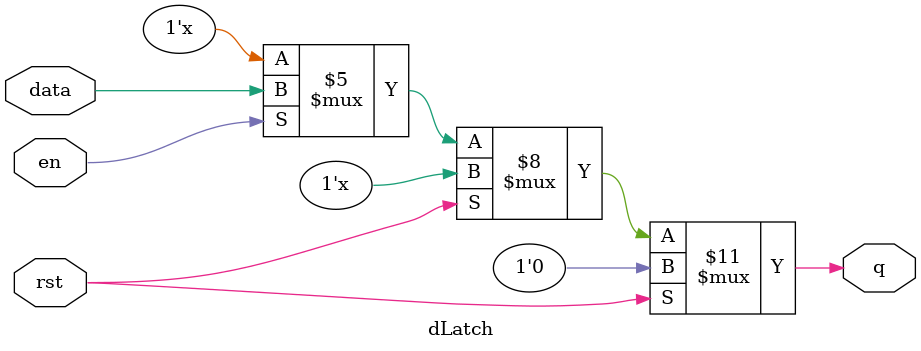
<source format=v>
module dLatch(
    input wire data,
    input wire rst,
    input wire en,
    output reg  q
);

    always @(en or rst or data)begin
        if (rst == 1'b1)begin
            q = 1'b0;
        end
        else if (en == 1'b1) begin
            q = data;
        end
    end
endmodule

</source>
